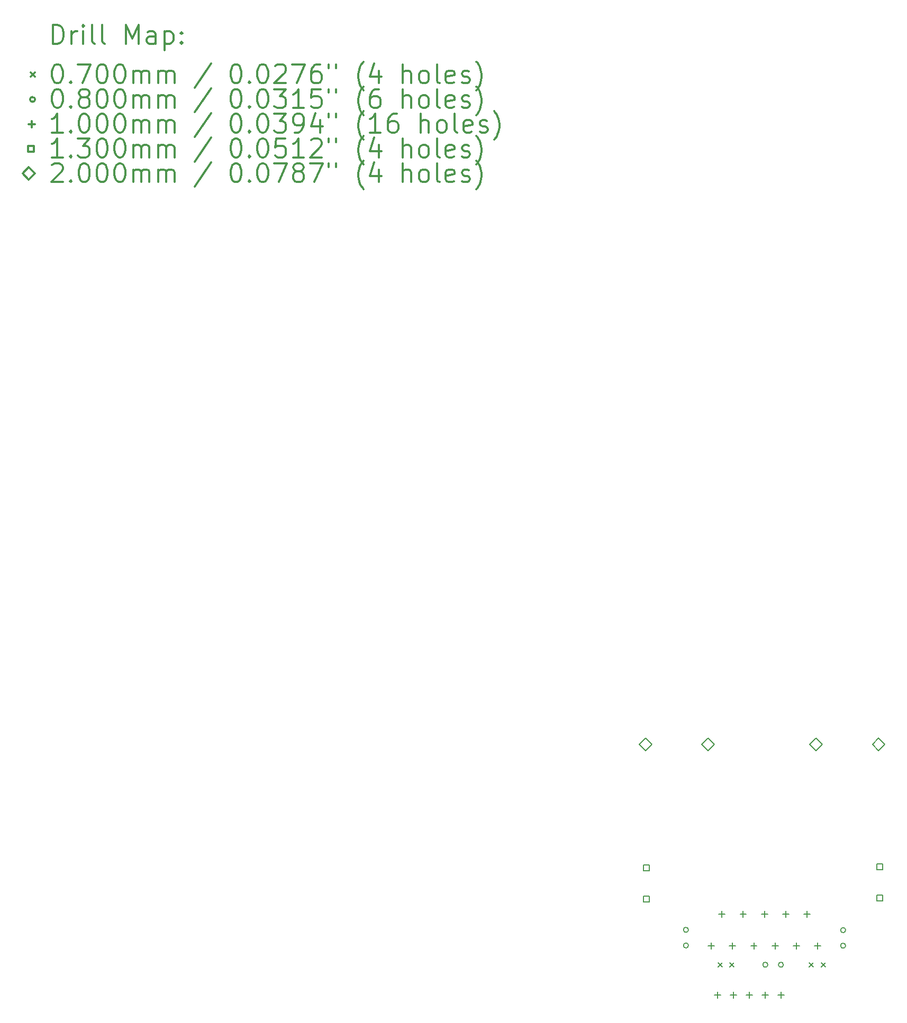
<source format=gbr>
%FSLAX45Y45*%
G04 Gerber Fmt 4.5, Leading zero omitted, Abs format (unit mm)*
G04 Created by KiCad (PCBNEW (5.1.10)-1) date 2021-10-30 22:32:40*
%MOMM*%
%LPD*%
G01*
G04 APERTURE LIST*
%ADD10C,0.200000*%
%ADD11C,0.300000*%
G04 APERTURE END LIST*
D10*
X10925600Y-15179600D02*
X10995600Y-15249600D01*
X10995600Y-15179600D02*
X10925600Y-15249600D01*
X11115600Y-15179600D02*
X11185600Y-15249600D01*
X11185600Y-15179600D02*
X11115600Y-15249600D01*
X12385600Y-15179600D02*
X12455600Y-15249600D01*
X12455600Y-15179600D02*
X12385600Y-15249600D01*
X12575600Y-15179600D02*
X12645600Y-15249600D01*
X12645600Y-15179600D02*
X12575600Y-15249600D01*
X10454000Y-14655800D02*
G75*
G03*
X10454000Y-14655800I-40000J0D01*
G01*
X10454000Y-14905800D02*
G75*
G03*
X10454000Y-14905800I-40000J0D01*
G01*
X11724000Y-15214600D02*
G75*
G03*
X11724000Y-15214600I-40000J0D01*
G01*
X11974000Y-15214600D02*
G75*
G03*
X11974000Y-15214600I-40000J0D01*
G01*
X12968600Y-14659800D02*
G75*
G03*
X12968600Y-14659800I-40000J0D01*
G01*
X12968600Y-14909800D02*
G75*
G03*
X12968600Y-14909800I-40000J0D01*
G01*
X10820400Y-14859800D02*
X10820400Y-14959800D01*
X10770400Y-14909800D02*
X10870400Y-14909800D01*
X10922000Y-15647200D02*
X10922000Y-15747200D01*
X10872000Y-15697200D02*
X10972000Y-15697200D01*
X10990400Y-14351800D02*
X10990400Y-14451800D01*
X10940400Y-14401800D02*
X11040400Y-14401800D01*
X11160400Y-14859800D02*
X11160400Y-14959800D01*
X11110400Y-14909800D02*
X11210400Y-14909800D01*
X11176000Y-15647200D02*
X11176000Y-15747200D01*
X11126000Y-15697200D02*
X11226000Y-15697200D01*
X11330400Y-14351800D02*
X11330400Y-14451800D01*
X11280400Y-14401800D02*
X11380400Y-14401800D01*
X11430000Y-15647200D02*
X11430000Y-15747200D01*
X11380000Y-15697200D02*
X11480000Y-15697200D01*
X11500400Y-14859800D02*
X11500400Y-14959800D01*
X11450400Y-14909800D02*
X11550400Y-14909800D01*
X11670400Y-14351800D02*
X11670400Y-14451800D01*
X11620400Y-14401800D02*
X11720400Y-14401800D01*
X11684000Y-15647200D02*
X11684000Y-15747200D01*
X11634000Y-15697200D02*
X11734000Y-15697200D01*
X11840400Y-14859800D02*
X11840400Y-14959800D01*
X11790400Y-14909800D02*
X11890400Y-14909800D01*
X11938000Y-15647200D02*
X11938000Y-15747200D01*
X11888000Y-15697200D02*
X11988000Y-15697200D01*
X12010400Y-14351800D02*
X12010400Y-14451800D01*
X11960400Y-14401800D02*
X12060400Y-14401800D01*
X12180400Y-14859800D02*
X12180400Y-14959800D01*
X12130400Y-14909800D02*
X12230400Y-14909800D01*
X12350400Y-14351800D02*
X12350400Y-14451800D01*
X12300400Y-14401800D02*
X12400400Y-14401800D01*
X12520400Y-14859800D02*
X12520400Y-14959800D01*
X12470400Y-14909800D02*
X12570400Y-14909800D01*
X9824962Y-13711162D02*
X9824962Y-13619238D01*
X9733038Y-13619238D01*
X9733038Y-13711162D01*
X9824962Y-13711162D01*
X9824962Y-14211162D02*
X9824962Y-14119238D01*
X9733038Y-14119238D01*
X9733038Y-14211162D01*
X9824962Y-14211162D01*
X13558762Y-13693762D02*
X13558762Y-13601838D01*
X13466838Y-13601838D01*
X13466838Y-13693762D01*
X13558762Y-13693762D01*
X13558762Y-14193762D02*
X13558762Y-14101838D01*
X13466838Y-14101838D01*
X13466838Y-14193762D01*
X13558762Y-14193762D01*
X9769600Y-11784000D02*
X9869600Y-11684000D01*
X9769600Y-11584000D01*
X9669600Y-11684000D01*
X9769600Y-11784000D01*
X10769600Y-11784000D02*
X10869600Y-11684000D01*
X10769600Y-11584000D01*
X10669600Y-11684000D01*
X10769600Y-11784000D01*
X12496800Y-11784000D02*
X12596800Y-11684000D01*
X12496800Y-11584000D01*
X12396800Y-11684000D01*
X12496800Y-11784000D01*
X13496800Y-11784000D02*
X13596800Y-11684000D01*
X13496800Y-11584000D01*
X13396800Y-11684000D01*
X13496800Y-11784000D01*
D11*
X286429Y-465714D02*
X286429Y-165714D01*
X357857Y-165714D01*
X400714Y-180000D01*
X429286Y-208571D01*
X443571Y-237143D01*
X457857Y-294286D01*
X457857Y-337143D01*
X443571Y-394286D01*
X429286Y-422857D01*
X400714Y-451428D01*
X357857Y-465714D01*
X286429Y-465714D01*
X586429Y-465714D02*
X586429Y-265714D01*
X586429Y-322857D02*
X600714Y-294286D01*
X615000Y-280000D01*
X643571Y-265714D01*
X672143Y-265714D01*
X772143Y-465714D02*
X772143Y-265714D01*
X772143Y-165714D02*
X757857Y-180000D01*
X772143Y-194286D01*
X786428Y-180000D01*
X772143Y-165714D01*
X772143Y-194286D01*
X957857Y-465714D02*
X929286Y-451428D01*
X915000Y-422857D01*
X915000Y-165714D01*
X1115000Y-465714D02*
X1086429Y-451428D01*
X1072143Y-422857D01*
X1072143Y-165714D01*
X1457857Y-465714D02*
X1457857Y-165714D01*
X1557857Y-380000D01*
X1657857Y-165714D01*
X1657857Y-465714D01*
X1929286Y-465714D02*
X1929286Y-308571D01*
X1915000Y-280000D01*
X1886428Y-265714D01*
X1829286Y-265714D01*
X1800714Y-280000D01*
X1929286Y-451428D02*
X1900714Y-465714D01*
X1829286Y-465714D01*
X1800714Y-451428D01*
X1786428Y-422857D01*
X1786428Y-394286D01*
X1800714Y-365714D01*
X1829286Y-351428D01*
X1900714Y-351428D01*
X1929286Y-337143D01*
X2072143Y-265714D02*
X2072143Y-565714D01*
X2072143Y-280000D02*
X2100714Y-265714D01*
X2157857Y-265714D01*
X2186429Y-280000D01*
X2200714Y-294286D01*
X2215000Y-322857D01*
X2215000Y-408571D01*
X2200714Y-437143D01*
X2186429Y-451428D01*
X2157857Y-465714D01*
X2100714Y-465714D01*
X2072143Y-451428D01*
X2343571Y-437143D02*
X2357857Y-451428D01*
X2343571Y-465714D01*
X2329286Y-451428D01*
X2343571Y-437143D01*
X2343571Y-465714D01*
X2343571Y-280000D02*
X2357857Y-294286D01*
X2343571Y-308571D01*
X2329286Y-294286D01*
X2343571Y-280000D01*
X2343571Y-308571D01*
X-70000Y-925000D02*
X0Y-995000D01*
X0Y-925000D02*
X-70000Y-995000D01*
X343571Y-795714D02*
X372143Y-795714D01*
X400714Y-810000D01*
X415000Y-824286D01*
X429286Y-852857D01*
X443571Y-910000D01*
X443571Y-981428D01*
X429286Y-1038571D01*
X415000Y-1067143D01*
X400714Y-1081429D01*
X372143Y-1095714D01*
X343571Y-1095714D01*
X315000Y-1081429D01*
X300714Y-1067143D01*
X286429Y-1038571D01*
X272143Y-981428D01*
X272143Y-910000D01*
X286429Y-852857D01*
X300714Y-824286D01*
X315000Y-810000D01*
X343571Y-795714D01*
X572143Y-1067143D02*
X586429Y-1081429D01*
X572143Y-1095714D01*
X557857Y-1081429D01*
X572143Y-1067143D01*
X572143Y-1095714D01*
X686429Y-795714D02*
X886428Y-795714D01*
X757857Y-1095714D01*
X1057857Y-795714D02*
X1086429Y-795714D01*
X1115000Y-810000D01*
X1129286Y-824286D01*
X1143571Y-852857D01*
X1157857Y-910000D01*
X1157857Y-981428D01*
X1143571Y-1038571D01*
X1129286Y-1067143D01*
X1115000Y-1081429D01*
X1086429Y-1095714D01*
X1057857Y-1095714D01*
X1029286Y-1081429D01*
X1015000Y-1067143D01*
X1000714Y-1038571D01*
X986428Y-981428D01*
X986428Y-910000D01*
X1000714Y-852857D01*
X1015000Y-824286D01*
X1029286Y-810000D01*
X1057857Y-795714D01*
X1343571Y-795714D02*
X1372143Y-795714D01*
X1400714Y-810000D01*
X1415000Y-824286D01*
X1429286Y-852857D01*
X1443571Y-910000D01*
X1443571Y-981428D01*
X1429286Y-1038571D01*
X1415000Y-1067143D01*
X1400714Y-1081429D01*
X1372143Y-1095714D01*
X1343571Y-1095714D01*
X1315000Y-1081429D01*
X1300714Y-1067143D01*
X1286429Y-1038571D01*
X1272143Y-981428D01*
X1272143Y-910000D01*
X1286429Y-852857D01*
X1300714Y-824286D01*
X1315000Y-810000D01*
X1343571Y-795714D01*
X1572143Y-1095714D02*
X1572143Y-895714D01*
X1572143Y-924286D02*
X1586428Y-910000D01*
X1615000Y-895714D01*
X1657857Y-895714D01*
X1686428Y-910000D01*
X1700714Y-938571D01*
X1700714Y-1095714D01*
X1700714Y-938571D02*
X1715000Y-910000D01*
X1743571Y-895714D01*
X1786428Y-895714D01*
X1815000Y-910000D01*
X1829286Y-938571D01*
X1829286Y-1095714D01*
X1972143Y-1095714D02*
X1972143Y-895714D01*
X1972143Y-924286D02*
X1986428Y-910000D01*
X2015000Y-895714D01*
X2057857Y-895714D01*
X2086428Y-910000D01*
X2100714Y-938571D01*
X2100714Y-1095714D01*
X2100714Y-938571D02*
X2115000Y-910000D01*
X2143571Y-895714D01*
X2186429Y-895714D01*
X2215000Y-910000D01*
X2229286Y-938571D01*
X2229286Y-1095714D01*
X2815000Y-781428D02*
X2557857Y-1167143D01*
X3200714Y-795714D02*
X3229286Y-795714D01*
X3257857Y-810000D01*
X3272143Y-824286D01*
X3286428Y-852857D01*
X3300714Y-910000D01*
X3300714Y-981428D01*
X3286428Y-1038571D01*
X3272143Y-1067143D01*
X3257857Y-1081429D01*
X3229286Y-1095714D01*
X3200714Y-1095714D01*
X3172143Y-1081429D01*
X3157857Y-1067143D01*
X3143571Y-1038571D01*
X3129286Y-981428D01*
X3129286Y-910000D01*
X3143571Y-852857D01*
X3157857Y-824286D01*
X3172143Y-810000D01*
X3200714Y-795714D01*
X3429286Y-1067143D02*
X3443571Y-1081429D01*
X3429286Y-1095714D01*
X3415000Y-1081429D01*
X3429286Y-1067143D01*
X3429286Y-1095714D01*
X3629286Y-795714D02*
X3657857Y-795714D01*
X3686428Y-810000D01*
X3700714Y-824286D01*
X3715000Y-852857D01*
X3729286Y-910000D01*
X3729286Y-981428D01*
X3715000Y-1038571D01*
X3700714Y-1067143D01*
X3686428Y-1081429D01*
X3657857Y-1095714D01*
X3629286Y-1095714D01*
X3600714Y-1081429D01*
X3586428Y-1067143D01*
X3572143Y-1038571D01*
X3557857Y-981428D01*
X3557857Y-910000D01*
X3572143Y-852857D01*
X3586428Y-824286D01*
X3600714Y-810000D01*
X3629286Y-795714D01*
X3843571Y-824286D02*
X3857857Y-810000D01*
X3886428Y-795714D01*
X3957857Y-795714D01*
X3986428Y-810000D01*
X4000714Y-824286D01*
X4015000Y-852857D01*
X4015000Y-881428D01*
X4000714Y-924286D01*
X3829286Y-1095714D01*
X4015000Y-1095714D01*
X4115000Y-795714D02*
X4315000Y-795714D01*
X4186428Y-1095714D01*
X4557857Y-795714D02*
X4500714Y-795714D01*
X4472143Y-810000D01*
X4457857Y-824286D01*
X4429286Y-867143D01*
X4415000Y-924286D01*
X4415000Y-1038571D01*
X4429286Y-1067143D01*
X4443571Y-1081429D01*
X4472143Y-1095714D01*
X4529286Y-1095714D01*
X4557857Y-1081429D01*
X4572143Y-1067143D01*
X4586429Y-1038571D01*
X4586429Y-967143D01*
X4572143Y-938571D01*
X4557857Y-924286D01*
X4529286Y-910000D01*
X4472143Y-910000D01*
X4443571Y-924286D01*
X4429286Y-938571D01*
X4415000Y-967143D01*
X4700714Y-795714D02*
X4700714Y-852857D01*
X4815000Y-795714D02*
X4815000Y-852857D01*
X5257857Y-1210000D02*
X5243571Y-1195714D01*
X5215000Y-1152857D01*
X5200714Y-1124286D01*
X5186429Y-1081429D01*
X5172143Y-1010000D01*
X5172143Y-952857D01*
X5186429Y-881428D01*
X5200714Y-838571D01*
X5215000Y-810000D01*
X5243571Y-767143D01*
X5257857Y-752857D01*
X5500714Y-895714D02*
X5500714Y-1095714D01*
X5429286Y-781428D02*
X5357857Y-995714D01*
X5543571Y-995714D01*
X5886428Y-1095714D02*
X5886428Y-795714D01*
X6015000Y-1095714D02*
X6015000Y-938571D01*
X6000714Y-910000D01*
X5972143Y-895714D01*
X5929286Y-895714D01*
X5900714Y-910000D01*
X5886428Y-924286D01*
X6200714Y-1095714D02*
X6172143Y-1081429D01*
X6157857Y-1067143D01*
X6143571Y-1038571D01*
X6143571Y-952857D01*
X6157857Y-924286D01*
X6172143Y-910000D01*
X6200714Y-895714D01*
X6243571Y-895714D01*
X6272143Y-910000D01*
X6286428Y-924286D01*
X6300714Y-952857D01*
X6300714Y-1038571D01*
X6286428Y-1067143D01*
X6272143Y-1081429D01*
X6243571Y-1095714D01*
X6200714Y-1095714D01*
X6472143Y-1095714D02*
X6443571Y-1081429D01*
X6429286Y-1052857D01*
X6429286Y-795714D01*
X6700714Y-1081429D02*
X6672143Y-1095714D01*
X6615000Y-1095714D01*
X6586428Y-1081429D01*
X6572143Y-1052857D01*
X6572143Y-938571D01*
X6586428Y-910000D01*
X6615000Y-895714D01*
X6672143Y-895714D01*
X6700714Y-910000D01*
X6715000Y-938571D01*
X6715000Y-967143D01*
X6572143Y-995714D01*
X6829286Y-1081429D02*
X6857857Y-1095714D01*
X6915000Y-1095714D01*
X6943571Y-1081429D01*
X6957857Y-1052857D01*
X6957857Y-1038571D01*
X6943571Y-1010000D01*
X6915000Y-995714D01*
X6872143Y-995714D01*
X6843571Y-981428D01*
X6829286Y-952857D01*
X6829286Y-938571D01*
X6843571Y-910000D01*
X6872143Y-895714D01*
X6915000Y-895714D01*
X6943571Y-910000D01*
X7057857Y-1210000D02*
X7072143Y-1195714D01*
X7100714Y-1152857D01*
X7115000Y-1124286D01*
X7129286Y-1081429D01*
X7143571Y-1010000D01*
X7143571Y-952857D01*
X7129286Y-881428D01*
X7115000Y-838571D01*
X7100714Y-810000D01*
X7072143Y-767143D01*
X7057857Y-752857D01*
X0Y-1356000D02*
G75*
G03*
X0Y-1356000I-40000J0D01*
G01*
X343571Y-1191714D02*
X372143Y-1191714D01*
X400714Y-1206000D01*
X415000Y-1220286D01*
X429286Y-1248857D01*
X443571Y-1306000D01*
X443571Y-1377429D01*
X429286Y-1434571D01*
X415000Y-1463143D01*
X400714Y-1477428D01*
X372143Y-1491714D01*
X343571Y-1491714D01*
X315000Y-1477428D01*
X300714Y-1463143D01*
X286429Y-1434571D01*
X272143Y-1377429D01*
X272143Y-1306000D01*
X286429Y-1248857D01*
X300714Y-1220286D01*
X315000Y-1206000D01*
X343571Y-1191714D01*
X572143Y-1463143D02*
X586429Y-1477428D01*
X572143Y-1491714D01*
X557857Y-1477428D01*
X572143Y-1463143D01*
X572143Y-1491714D01*
X757857Y-1320286D02*
X729286Y-1306000D01*
X715000Y-1291714D01*
X700714Y-1263143D01*
X700714Y-1248857D01*
X715000Y-1220286D01*
X729286Y-1206000D01*
X757857Y-1191714D01*
X815000Y-1191714D01*
X843571Y-1206000D01*
X857857Y-1220286D01*
X872143Y-1248857D01*
X872143Y-1263143D01*
X857857Y-1291714D01*
X843571Y-1306000D01*
X815000Y-1320286D01*
X757857Y-1320286D01*
X729286Y-1334571D01*
X715000Y-1348857D01*
X700714Y-1377429D01*
X700714Y-1434571D01*
X715000Y-1463143D01*
X729286Y-1477428D01*
X757857Y-1491714D01*
X815000Y-1491714D01*
X843571Y-1477428D01*
X857857Y-1463143D01*
X872143Y-1434571D01*
X872143Y-1377429D01*
X857857Y-1348857D01*
X843571Y-1334571D01*
X815000Y-1320286D01*
X1057857Y-1191714D02*
X1086429Y-1191714D01*
X1115000Y-1206000D01*
X1129286Y-1220286D01*
X1143571Y-1248857D01*
X1157857Y-1306000D01*
X1157857Y-1377429D01*
X1143571Y-1434571D01*
X1129286Y-1463143D01*
X1115000Y-1477428D01*
X1086429Y-1491714D01*
X1057857Y-1491714D01*
X1029286Y-1477428D01*
X1015000Y-1463143D01*
X1000714Y-1434571D01*
X986428Y-1377429D01*
X986428Y-1306000D01*
X1000714Y-1248857D01*
X1015000Y-1220286D01*
X1029286Y-1206000D01*
X1057857Y-1191714D01*
X1343571Y-1191714D02*
X1372143Y-1191714D01*
X1400714Y-1206000D01*
X1415000Y-1220286D01*
X1429286Y-1248857D01*
X1443571Y-1306000D01*
X1443571Y-1377429D01*
X1429286Y-1434571D01*
X1415000Y-1463143D01*
X1400714Y-1477428D01*
X1372143Y-1491714D01*
X1343571Y-1491714D01*
X1315000Y-1477428D01*
X1300714Y-1463143D01*
X1286429Y-1434571D01*
X1272143Y-1377429D01*
X1272143Y-1306000D01*
X1286429Y-1248857D01*
X1300714Y-1220286D01*
X1315000Y-1206000D01*
X1343571Y-1191714D01*
X1572143Y-1491714D02*
X1572143Y-1291714D01*
X1572143Y-1320286D02*
X1586428Y-1306000D01*
X1615000Y-1291714D01*
X1657857Y-1291714D01*
X1686428Y-1306000D01*
X1700714Y-1334571D01*
X1700714Y-1491714D01*
X1700714Y-1334571D02*
X1715000Y-1306000D01*
X1743571Y-1291714D01*
X1786428Y-1291714D01*
X1815000Y-1306000D01*
X1829286Y-1334571D01*
X1829286Y-1491714D01*
X1972143Y-1491714D02*
X1972143Y-1291714D01*
X1972143Y-1320286D02*
X1986428Y-1306000D01*
X2015000Y-1291714D01*
X2057857Y-1291714D01*
X2086428Y-1306000D01*
X2100714Y-1334571D01*
X2100714Y-1491714D01*
X2100714Y-1334571D02*
X2115000Y-1306000D01*
X2143571Y-1291714D01*
X2186429Y-1291714D01*
X2215000Y-1306000D01*
X2229286Y-1334571D01*
X2229286Y-1491714D01*
X2815000Y-1177429D02*
X2557857Y-1563143D01*
X3200714Y-1191714D02*
X3229286Y-1191714D01*
X3257857Y-1206000D01*
X3272143Y-1220286D01*
X3286428Y-1248857D01*
X3300714Y-1306000D01*
X3300714Y-1377429D01*
X3286428Y-1434571D01*
X3272143Y-1463143D01*
X3257857Y-1477428D01*
X3229286Y-1491714D01*
X3200714Y-1491714D01*
X3172143Y-1477428D01*
X3157857Y-1463143D01*
X3143571Y-1434571D01*
X3129286Y-1377429D01*
X3129286Y-1306000D01*
X3143571Y-1248857D01*
X3157857Y-1220286D01*
X3172143Y-1206000D01*
X3200714Y-1191714D01*
X3429286Y-1463143D02*
X3443571Y-1477428D01*
X3429286Y-1491714D01*
X3415000Y-1477428D01*
X3429286Y-1463143D01*
X3429286Y-1491714D01*
X3629286Y-1191714D02*
X3657857Y-1191714D01*
X3686428Y-1206000D01*
X3700714Y-1220286D01*
X3715000Y-1248857D01*
X3729286Y-1306000D01*
X3729286Y-1377429D01*
X3715000Y-1434571D01*
X3700714Y-1463143D01*
X3686428Y-1477428D01*
X3657857Y-1491714D01*
X3629286Y-1491714D01*
X3600714Y-1477428D01*
X3586428Y-1463143D01*
X3572143Y-1434571D01*
X3557857Y-1377429D01*
X3557857Y-1306000D01*
X3572143Y-1248857D01*
X3586428Y-1220286D01*
X3600714Y-1206000D01*
X3629286Y-1191714D01*
X3829286Y-1191714D02*
X4015000Y-1191714D01*
X3915000Y-1306000D01*
X3957857Y-1306000D01*
X3986428Y-1320286D01*
X4000714Y-1334571D01*
X4015000Y-1363143D01*
X4015000Y-1434571D01*
X4000714Y-1463143D01*
X3986428Y-1477428D01*
X3957857Y-1491714D01*
X3872143Y-1491714D01*
X3843571Y-1477428D01*
X3829286Y-1463143D01*
X4300714Y-1491714D02*
X4129286Y-1491714D01*
X4215000Y-1491714D02*
X4215000Y-1191714D01*
X4186428Y-1234571D01*
X4157857Y-1263143D01*
X4129286Y-1277429D01*
X4572143Y-1191714D02*
X4429286Y-1191714D01*
X4415000Y-1334571D01*
X4429286Y-1320286D01*
X4457857Y-1306000D01*
X4529286Y-1306000D01*
X4557857Y-1320286D01*
X4572143Y-1334571D01*
X4586429Y-1363143D01*
X4586429Y-1434571D01*
X4572143Y-1463143D01*
X4557857Y-1477428D01*
X4529286Y-1491714D01*
X4457857Y-1491714D01*
X4429286Y-1477428D01*
X4415000Y-1463143D01*
X4700714Y-1191714D02*
X4700714Y-1248857D01*
X4815000Y-1191714D02*
X4815000Y-1248857D01*
X5257857Y-1606000D02*
X5243571Y-1591714D01*
X5215000Y-1548857D01*
X5200714Y-1520286D01*
X5186429Y-1477428D01*
X5172143Y-1406000D01*
X5172143Y-1348857D01*
X5186429Y-1277429D01*
X5200714Y-1234571D01*
X5215000Y-1206000D01*
X5243571Y-1163143D01*
X5257857Y-1148857D01*
X5500714Y-1191714D02*
X5443571Y-1191714D01*
X5415000Y-1206000D01*
X5400714Y-1220286D01*
X5372143Y-1263143D01*
X5357857Y-1320286D01*
X5357857Y-1434571D01*
X5372143Y-1463143D01*
X5386429Y-1477428D01*
X5415000Y-1491714D01*
X5472143Y-1491714D01*
X5500714Y-1477428D01*
X5515000Y-1463143D01*
X5529286Y-1434571D01*
X5529286Y-1363143D01*
X5515000Y-1334571D01*
X5500714Y-1320286D01*
X5472143Y-1306000D01*
X5415000Y-1306000D01*
X5386429Y-1320286D01*
X5372143Y-1334571D01*
X5357857Y-1363143D01*
X5886428Y-1491714D02*
X5886428Y-1191714D01*
X6015000Y-1491714D02*
X6015000Y-1334571D01*
X6000714Y-1306000D01*
X5972143Y-1291714D01*
X5929286Y-1291714D01*
X5900714Y-1306000D01*
X5886428Y-1320286D01*
X6200714Y-1491714D02*
X6172143Y-1477428D01*
X6157857Y-1463143D01*
X6143571Y-1434571D01*
X6143571Y-1348857D01*
X6157857Y-1320286D01*
X6172143Y-1306000D01*
X6200714Y-1291714D01*
X6243571Y-1291714D01*
X6272143Y-1306000D01*
X6286428Y-1320286D01*
X6300714Y-1348857D01*
X6300714Y-1434571D01*
X6286428Y-1463143D01*
X6272143Y-1477428D01*
X6243571Y-1491714D01*
X6200714Y-1491714D01*
X6472143Y-1491714D02*
X6443571Y-1477428D01*
X6429286Y-1448857D01*
X6429286Y-1191714D01*
X6700714Y-1477428D02*
X6672143Y-1491714D01*
X6615000Y-1491714D01*
X6586428Y-1477428D01*
X6572143Y-1448857D01*
X6572143Y-1334571D01*
X6586428Y-1306000D01*
X6615000Y-1291714D01*
X6672143Y-1291714D01*
X6700714Y-1306000D01*
X6715000Y-1334571D01*
X6715000Y-1363143D01*
X6572143Y-1391714D01*
X6829286Y-1477428D02*
X6857857Y-1491714D01*
X6915000Y-1491714D01*
X6943571Y-1477428D01*
X6957857Y-1448857D01*
X6957857Y-1434571D01*
X6943571Y-1406000D01*
X6915000Y-1391714D01*
X6872143Y-1391714D01*
X6843571Y-1377429D01*
X6829286Y-1348857D01*
X6829286Y-1334571D01*
X6843571Y-1306000D01*
X6872143Y-1291714D01*
X6915000Y-1291714D01*
X6943571Y-1306000D01*
X7057857Y-1606000D02*
X7072143Y-1591714D01*
X7100714Y-1548857D01*
X7115000Y-1520286D01*
X7129286Y-1477428D01*
X7143571Y-1406000D01*
X7143571Y-1348857D01*
X7129286Y-1277429D01*
X7115000Y-1234571D01*
X7100714Y-1206000D01*
X7072143Y-1163143D01*
X7057857Y-1148857D01*
X-50000Y-1702000D02*
X-50000Y-1802000D01*
X-100000Y-1752000D02*
X0Y-1752000D01*
X443571Y-1887714D02*
X272143Y-1887714D01*
X357857Y-1887714D02*
X357857Y-1587714D01*
X329286Y-1630571D01*
X300714Y-1659143D01*
X272143Y-1673428D01*
X572143Y-1859143D02*
X586429Y-1873428D01*
X572143Y-1887714D01*
X557857Y-1873428D01*
X572143Y-1859143D01*
X572143Y-1887714D01*
X772143Y-1587714D02*
X800714Y-1587714D01*
X829286Y-1602000D01*
X843571Y-1616286D01*
X857857Y-1644857D01*
X872143Y-1702000D01*
X872143Y-1773428D01*
X857857Y-1830571D01*
X843571Y-1859143D01*
X829286Y-1873428D01*
X800714Y-1887714D01*
X772143Y-1887714D01*
X743571Y-1873428D01*
X729286Y-1859143D01*
X715000Y-1830571D01*
X700714Y-1773428D01*
X700714Y-1702000D01*
X715000Y-1644857D01*
X729286Y-1616286D01*
X743571Y-1602000D01*
X772143Y-1587714D01*
X1057857Y-1587714D02*
X1086429Y-1587714D01*
X1115000Y-1602000D01*
X1129286Y-1616286D01*
X1143571Y-1644857D01*
X1157857Y-1702000D01*
X1157857Y-1773428D01*
X1143571Y-1830571D01*
X1129286Y-1859143D01*
X1115000Y-1873428D01*
X1086429Y-1887714D01*
X1057857Y-1887714D01*
X1029286Y-1873428D01*
X1015000Y-1859143D01*
X1000714Y-1830571D01*
X986428Y-1773428D01*
X986428Y-1702000D01*
X1000714Y-1644857D01*
X1015000Y-1616286D01*
X1029286Y-1602000D01*
X1057857Y-1587714D01*
X1343571Y-1587714D02*
X1372143Y-1587714D01*
X1400714Y-1602000D01*
X1415000Y-1616286D01*
X1429286Y-1644857D01*
X1443571Y-1702000D01*
X1443571Y-1773428D01*
X1429286Y-1830571D01*
X1415000Y-1859143D01*
X1400714Y-1873428D01*
X1372143Y-1887714D01*
X1343571Y-1887714D01*
X1315000Y-1873428D01*
X1300714Y-1859143D01*
X1286429Y-1830571D01*
X1272143Y-1773428D01*
X1272143Y-1702000D01*
X1286429Y-1644857D01*
X1300714Y-1616286D01*
X1315000Y-1602000D01*
X1343571Y-1587714D01*
X1572143Y-1887714D02*
X1572143Y-1687714D01*
X1572143Y-1716286D02*
X1586428Y-1702000D01*
X1615000Y-1687714D01*
X1657857Y-1687714D01*
X1686428Y-1702000D01*
X1700714Y-1730571D01*
X1700714Y-1887714D01*
X1700714Y-1730571D02*
X1715000Y-1702000D01*
X1743571Y-1687714D01*
X1786428Y-1687714D01*
X1815000Y-1702000D01*
X1829286Y-1730571D01*
X1829286Y-1887714D01*
X1972143Y-1887714D02*
X1972143Y-1687714D01*
X1972143Y-1716286D02*
X1986428Y-1702000D01*
X2015000Y-1687714D01*
X2057857Y-1687714D01*
X2086428Y-1702000D01*
X2100714Y-1730571D01*
X2100714Y-1887714D01*
X2100714Y-1730571D02*
X2115000Y-1702000D01*
X2143571Y-1687714D01*
X2186429Y-1687714D01*
X2215000Y-1702000D01*
X2229286Y-1730571D01*
X2229286Y-1887714D01*
X2815000Y-1573428D02*
X2557857Y-1959143D01*
X3200714Y-1587714D02*
X3229286Y-1587714D01*
X3257857Y-1602000D01*
X3272143Y-1616286D01*
X3286428Y-1644857D01*
X3300714Y-1702000D01*
X3300714Y-1773428D01*
X3286428Y-1830571D01*
X3272143Y-1859143D01*
X3257857Y-1873428D01*
X3229286Y-1887714D01*
X3200714Y-1887714D01*
X3172143Y-1873428D01*
X3157857Y-1859143D01*
X3143571Y-1830571D01*
X3129286Y-1773428D01*
X3129286Y-1702000D01*
X3143571Y-1644857D01*
X3157857Y-1616286D01*
X3172143Y-1602000D01*
X3200714Y-1587714D01*
X3429286Y-1859143D02*
X3443571Y-1873428D01*
X3429286Y-1887714D01*
X3415000Y-1873428D01*
X3429286Y-1859143D01*
X3429286Y-1887714D01*
X3629286Y-1587714D02*
X3657857Y-1587714D01*
X3686428Y-1602000D01*
X3700714Y-1616286D01*
X3715000Y-1644857D01*
X3729286Y-1702000D01*
X3729286Y-1773428D01*
X3715000Y-1830571D01*
X3700714Y-1859143D01*
X3686428Y-1873428D01*
X3657857Y-1887714D01*
X3629286Y-1887714D01*
X3600714Y-1873428D01*
X3586428Y-1859143D01*
X3572143Y-1830571D01*
X3557857Y-1773428D01*
X3557857Y-1702000D01*
X3572143Y-1644857D01*
X3586428Y-1616286D01*
X3600714Y-1602000D01*
X3629286Y-1587714D01*
X3829286Y-1587714D02*
X4015000Y-1587714D01*
X3915000Y-1702000D01*
X3957857Y-1702000D01*
X3986428Y-1716286D01*
X4000714Y-1730571D01*
X4015000Y-1759143D01*
X4015000Y-1830571D01*
X4000714Y-1859143D01*
X3986428Y-1873428D01*
X3957857Y-1887714D01*
X3872143Y-1887714D01*
X3843571Y-1873428D01*
X3829286Y-1859143D01*
X4157857Y-1887714D02*
X4215000Y-1887714D01*
X4243571Y-1873428D01*
X4257857Y-1859143D01*
X4286429Y-1816286D01*
X4300714Y-1759143D01*
X4300714Y-1644857D01*
X4286429Y-1616286D01*
X4272143Y-1602000D01*
X4243571Y-1587714D01*
X4186428Y-1587714D01*
X4157857Y-1602000D01*
X4143571Y-1616286D01*
X4129286Y-1644857D01*
X4129286Y-1716286D01*
X4143571Y-1744857D01*
X4157857Y-1759143D01*
X4186428Y-1773428D01*
X4243571Y-1773428D01*
X4272143Y-1759143D01*
X4286429Y-1744857D01*
X4300714Y-1716286D01*
X4557857Y-1687714D02*
X4557857Y-1887714D01*
X4486429Y-1573428D02*
X4415000Y-1787714D01*
X4600714Y-1787714D01*
X4700714Y-1587714D02*
X4700714Y-1644857D01*
X4815000Y-1587714D02*
X4815000Y-1644857D01*
X5257857Y-2002000D02*
X5243571Y-1987714D01*
X5215000Y-1944857D01*
X5200714Y-1916286D01*
X5186429Y-1873428D01*
X5172143Y-1802000D01*
X5172143Y-1744857D01*
X5186429Y-1673428D01*
X5200714Y-1630571D01*
X5215000Y-1602000D01*
X5243571Y-1559143D01*
X5257857Y-1544857D01*
X5529286Y-1887714D02*
X5357857Y-1887714D01*
X5443571Y-1887714D02*
X5443571Y-1587714D01*
X5415000Y-1630571D01*
X5386429Y-1659143D01*
X5357857Y-1673428D01*
X5786428Y-1587714D02*
X5729286Y-1587714D01*
X5700714Y-1602000D01*
X5686428Y-1616286D01*
X5657857Y-1659143D01*
X5643571Y-1716286D01*
X5643571Y-1830571D01*
X5657857Y-1859143D01*
X5672143Y-1873428D01*
X5700714Y-1887714D01*
X5757857Y-1887714D01*
X5786428Y-1873428D01*
X5800714Y-1859143D01*
X5815000Y-1830571D01*
X5815000Y-1759143D01*
X5800714Y-1730571D01*
X5786428Y-1716286D01*
X5757857Y-1702000D01*
X5700714Y-1702000D01*
X5672143Y-1716286D01*
X5657857Y-1730571D01*
X5643571Y-1759143D01*
X6172143Y-1887714D02*
X6172143Y-1587714D01*
X6300714Y-1887714D02*
X6300714Y-1730571D01*
X6286428Y-1702000D01*
X6257857Y-1687714D01*
X6215000Y-1687714D01*
X6186428Y-1702000D01*
X6172143Y-1716286D01*
X6486428Y-1887714D02*
X6457857Y-1873428D01*
X6443571Y-1859143D01*
X6429286Y-1830571D01*
X6429286Y-1744857D01*
X6443571Y-1716286D01*
X6457857Y-1702000D01*
X6486428Y-1687714D01*
X6529286Y-1687714D01*
X6557857Y-1702000D01*
X6572143Y-1716286D01*
X6586428Y-1744857D01*
X6586428Y-1830571D01*
X6572143Y-1859143D01*
X6557857Y-1873428D01*
X6529286Y-1887714D01*
X6486428Y-1887714D01*
X6757857Y-1887714D02*
X6729286Y-1873428D01*
X6715000Y-1844857D01*
X6715000Y-1587714D01*
X6986428Y-1873428D02*
X6957857Y-1887714D01*
X6900714Y-1887714D01*
X6872143Y-1873428D01*
X6857857Y-1844857D01*
X6857857Y-1730571D01*
X6872143Y-1702000D01*
X6900714Y-1687714D01*
X6957857Y-1687714D01*
X6986428Y-1702000D01*
X7000714Y-1730571D01*
X7000714Y-1759143D01*
X6857857Y-1787714D01*
X7115000Y-1873428D02*
X7143571Y-1887714D01*
X7200714Y-1887714D01*
X7229286Y-1873428D01*
X7243571Y-1844857D01*
X7243571Y-1830571D01*
X7229286Y-1802000D01*
X7200714Y-1787714D01*
X7157857Y-1787714D01*
X7129286Y-1773428D01*
X7115000Y-1744857D01*
X7115000Y-1730571D01*
X7129286Y-1702000D01*
X7157857Y-1687714D01*
X7200714Y-1687714D01*
X7229286Y-1702000D01*
X7343571Y-2002000D02*
X7357857Y-1987714D01*
X7386428Y-1944857D01*
X7400714Y-1916286D01*
X7415000Y-1873428D01*
X7429286Y-1802000D01*
X7429286Y-1744857D01*
X7415000Y-1673428D01*
X7400714Y-1630571D01*
X7386428Y-1602000D01*
X7357857Y-1559143D01*
X7343571Y-1544857D01*
X-19038Y-2193962D02*
X-19038Y-2102038D01*
X-110962Y-2102038D01*
X-110962Y-2193962D01*
X-19038Y-2193962D01*
X443571Y-2283714D02*
X272143Y-2283714D01*
X357857Y-2283714D02*
X357857Y-1983714D01*
X329286Y-2026571D01*
X300714Y-2055143D01*
X272143Y-2069428D01*
X572143Y-2255143D02*
X586429Y-2269429D01*
X572143Y-2283714D01*
X557857Y-2269429D01*
X572143Y-2255143D01*
X572143Y-2283714D01*
X686429Y-1983714D02*
X872143Y-1983714D01*
X772143Y-2098000D01*
X815000Y-2098000D01*
X843571Y-2112286D01*
X857857Y-2126571D01*
X872143Y-2155143D01*
X872143Y-2226571D01*
X857857Y-2255143D01*
X843571Y-2269429D01*
X815000Y-2283714D01*
X729286Y-2283714D01*
X700714Y-2269429D01*
X686429Y-2255143D01*
X1057857Y-1983714D02*
X1086429Y-1983714D01*
X1115000Y-1998000D01*
X1129286Y-2012286D01*
X1143571Y-2040857D01*
X1157857Y-2098000D01*
X1157857Y-2169429D01*
X1143571Y-2226571D01*
X1129286Y-2255143D01*
X1115000Y-2269429D01*
X1086429Y-2283714D01*
X1057857Y-2283714D01*
X1029286Y-2269429D01*
X1015000Y-2255143D01*
X1000714Y-2226571D01*
X986428Y-2169429D01*
X986428Y-2098000D01*
X1000714Y-2040857D01*
X1015000Y-2012286D01*
X1029286Y-1998000D01*
X1057857Y-1983714D01*
X1343571Y-1983714D02*
X1372143Y-1983714D01*
X1400714Y-1998000D01*
X1415000Y-2012286D01*
X1429286Y-2040857D01*
X1443571Y-2098000D01*
X1443571Y-2169429D01*
X1429286Y-2226571D01*
X1415000Y-2255143D01*
X1400714Y-2269429D01*
X1372143Y-2283714D01*
X1343571Y-2283714D01*
X1315000Y-2269429D01*
X1300714Y-2255143D01*
X1286429Y-2226571D01*
X1272143Y-2169429D01*
X1272143Y-2098000D01*
X1286429Y-2040857D01*
X1300714Y-2012286D01*
X1315000Y-1998000D01*
X1343571Y-1983714D01*
X1572143Y-2283714D02*
X1572143Y-2083714D01*
X1572143Y-2112286D02*
X1586428Y-2098000D01*
X1615000Y-2083714D01*
X1657857Y-2083714D01*
X1686428Y-2098000D01*
X1700714Y-2126571D01*
X1700714Y-2283714D01*
X1700714Y-2126571D02*
X1715000Y-2098000D01*
X1743571Y-2083714D01*
X1786428Y-2083714D01*
X1815000Y-2098000D01*
X1829286Y-2126571D01*
X1829286Y-2283714D01*
X1972143Y-2283714D02*
X1972143Y-2083714D01*
X1972143Y-2112286D02*
X1986428Y-2098000D01*
X2015000Y-2083714D01*
X2057857Y-2083714D01*
X2086428Y-2098000D01*
X2100714Y-2126571D01*
X2100714Y-2283714D01*
X2100714Y-2126571D02*
X2115000Y-2098000D01*
X2143571Y-2083714D01*
X2186429Y-2083714D01*
X2215000Y-2098000D01*
X2229286Y-2126571D01*
X2229286Y-2283714D01*
X2815000Y-1969428D02*
X2557857Y-2355143D01*
X3200714Y-1983714D02*
X3229286Y-1983714D01*
X3257857Y-1998000D01*
X3272143Y-2012286D01*
X3286428Y-2040857D01*
X3300714Y-2098000D01*
X3300714Y-2169429D01*
X3286428Y-2226571D01*
X3272143Y-2255143D01*
X3257857Y-2269429D01*
X3229286Y-2283714D01*
X3200714Y-2283714D01*
X3172143Y-2269429D01*
X3157857Y-2255143D01*
X3143571Y-2226571D01*
X3129286Y-2169429D01*
X3129286Y-2098000D01*
X3143571Y-2040857D01*
X3157857Y-2012286D01*
X3172143Y-1998000D01*
X3200714Y-1983714D01*
X3429286Y-2255143D02*
X3443571Y-2269429D01*
X3429286Y-2283714D01*
X3415000Y-2269429D01*
X3429286Y-2255143D01*
X3429286Y-2283714D01*
X3629286Y-1983714D02*
X3657857Y-1983714D01*
X3686428Y-1998000D01*
X3700714Y-2012286D01*
X3715000Y-2040857D01*
X3729286Y-2098000D01*
X3729286Y-2169429D01*
X3715000Y-2226571D01*
X3700714Y-2255143D01*
X3686428Y-2269429D01*
X3657857Y-2283714D01*
X3629286Y-2283714D01*
X3600714Y-2269429D01*
X3586428Y-2255143D01*
X3572143Y-2226571D01*
X3557857Y-2169429D01*
X3557857Y-2098000D01*
X3572143Y-2040857D01*
X3586428Y-2012286D01*
X3600714Y-1998000D01*
X3629286Y-1983714D01*
X4000714Y-1983714D02*
X3857857Y-1983714D01*
X3843571Y-2126571D01*
X3857857Y-2112286D01*
X3886428Y-2098000D01*
X3957857Y-2098000D01*
X3986428Y-2112286D01*
X4000714Y-2126571D01*
X4015000Y-2155143D01*
X4015000Y-2226571D01*
X4000714Y-2255143D01*
X3986428Y-2269429D01*
X3957857Y-2283714D01*
X3886428Y-2283714D01*
X3857857Y-2269429D01*
X3843571Y-2255143D01*
X4300714Y-2283714D02*
X4129286Y-2283714D01*
X4215000Y-2283714D02*
X4215000Y-1983714D01*
X4186428Y-2026571D01*
X4157857Y-2055143D01*
X4129286Y-2069428D01*
X4415000Y-2012286D02*
X4429286Y-1998000D01*
X4457857Y-1983714D01*
X4529286Y-1983714D01*
X4557857Y-1998000D01*
X4572143Y-2012286D01*
X4586429Y-2040857D01*
X4586429Y-2069428D01*
X4572143Y-2112286D01*
X4400714Y-2283714D01*
X4586429Y-2283714D01*
X4700714Y-1983714D02*
X4700714Y-2040857D01*
X4815000Y-1983714D02*
X4815000Y-2040857D01*
X5257857Y-2398000D02*
X5243571Y-2383714D01*
X5215000Y-2340857D01*
X5200714Y-2312286D01*
X5186429Y-2269429D01*
X5172143Y-2198000D01*
X5172143Y-2140857D01*
X5186429Y-2069428D01*
X5200714Y-2026571D01*
X5215000Y-1998000D01*
X5243571Y-1955143D01*
X5257857Y-1940857D01*
X5500714Y-2083714D02*
X5500714Y-2283714D01*
X5429286Y-1969428D02*
X5357857Y-2183714D01*
X5543571Y-2183714D01*
X5886428Y-2283714D02*
X5886428Y-1983714D01*
X6015000Y-2283714D02*
X6015000Y-2126571D01*
X6000714Y-2098000D01*
X5972143Y-2083714D01*
X5929286Y-2083714D01*
X5900714Y-2098000D01*
X5886428Y-2112286D01*
X6200714Y-2283714D02*
X6172143Y-2269429D01*
X6157857Y-2255143D01*
X6143571Y-2226571D01*
X6143571Y-2140857D01*
X6157857Y-2112286D01*
X6172143Y-2098000D01*
X6200714Y-2083714D01*
X6243571Y-2083714D01*
X6272143Y-2098000D01*
X6286428Y-2112286D01*
X6300714Y-2140857D01*
X6300714Y-2226571D01*
X6286428Y-2255143D01*
X6272143Y-2269429D01*
X6243571Y-2283714D01*
X6200714Y-2283714D01*
X6472143Y-2283714D02*
X6443571Y-2269429D01*
X6429286Y-2240857D01*
X6429286Y-1983714D01*
X6700714Y-2269429D02*
X6672143Y-2283714D01*
X6615000Y-2283714D01*
X6586428Y-2269429D01*
X6572143Y-2240857D01*
X6572143Y-2126571D01*
X6586428Y-2098000D01*
X6615000Y-2083714D01*
X6672143Y-2083714D01*
X6700714Y-2098000D01*
X6715000Y-2126571D01*
X6715000Y-2155143D01*
X6572143Y-2183714D01*
X6829286Y-2269429D02*
X6857857Y-2283714D01*
X6915000Y-2283714D01*
X6943571Y-2269429D01*
X6957857Y-2240857D01*
X6957857Y-2226571D01*
X6943571Y-2198000D01*
X6915000Y-2183714D01*
X6872143Y-2183714D01*
X6843571Y-2169429D01*
X6829286Y-2140857D01*
X6829286Y-2126571D01*
X6843571Y-2098000D01*
X6872143Y-2083714D01*
X6915000Y-2083714D01*
X6943571Y-2098000D01*
X7057857Y-2398000D02*
X7072143Y-2383714D01*
X7100714Y-2340857D01*
X7115000Y-2312286D01*
X7129286Y-2269429D01*
X7143571Y-2198000D01*
X7143571Y-2140857D01*
X7129286Y-2069428D01*
X7115000Y-2026571D01*
X7100714Y-1998000D01*
X7072143Y-1955143D01*
X7057857Y-1940857D01*
X-100000Y-2644000D02*
X0Y-2544000D01*
X-100000Y-2444000D01*
X-200000Y-2544000D01*
X-100000Y-2644000D01*
X272143Y-2408286D02*
X286429Y-2394000D01*
X315000Y-2379714D01*
X386428Y-2379714D01*
X415000Y-2394000D01*
X429286Y-2408286D01*
X443571Y-2436857D01*
X443571Y-2465429D01*
X429286Y-2508286D01*
X257857Y-2679714D01*
X443571Y-2679714D01*
X572143Y-2651143D02*
X586429Y-2665429D01*
X572143Y-2679714D01*
X557857Y-2665429D01*
X572143Y-2651143D01*
X572143Y-2679714D01*
X772143Y-2379714D02*
X800714Y-2379714D01*
X829286Y-2394000D01*
X843571Y-2408286D01*
X857857Y-2436857D01*
X872143Y-2494000D01*
X872143Y-2565429D01*
X857857Y-2622571D01*
X843571Y-2651143D01*
X829286Y-2665429D01*
X800714Y-2679714D01*
X772143Y-2679714D01*
X743571Y-2665429D01*
X729286Y-2651143D01*
X715000Y-2622571D01*
X700714Y-2565429D01*
X700714Y-2494000D01*
X715000Y-2436857D01*
X729286Y-2408286D01*
X743571Y-2394000D01*
X772143Y-2379714D01*
X1057857Y-2379714D02*
X1086429Y-2379714D01*
X1115000Y-2394000D01*
X1129286Y-2408286D01*
X1143571Y-2436857D01*
X1157857Y-2494000D01*
X1157857Y-2565429D01*
X1143571Y-2622571D01*
X1129286Y-2651143D01*
X1115000Y-2665429D01*
X1086429Y-2679714D01*
X1057857Y-2679714D01*
X1029286Y-2665429D01*
X1015000Y-2651143D01*
X1000714Y-2622571D01*
X986428Y-2565429D01*
X986428Y-2494000D01*
X1000714Y-2436857D01*
X1015000Y-2408286D01*
X1029286Y-2394000D01*
X1057857Y-2379714D01*
X1343571Y-2379714D02*
X1372143Y-2379714D01*
X1400714Y-2394000D01*
X1415000Y-2408286D01*
X1429286Y-2436857D01*
X1443571Y-2494000D01*
X1443571Y-2565429D01*
X1429286Y-2622571D01*
X1415000Y-2651143D01*
X1400714Y-2665429D01*
X1372143Y-2679714D01*
X1343571Y-2679714D01*
X1315000Y-2665429D01*
X1300714Y-2651143D01*
X1286429Y-2622571D01*
X1272143Y-2565429D01*
X1272143Y-2494000D01*
X1286429Y-2436857D01*
X1300714Y-2408286D01*
X1315000Y-2394000D01*
X1343571Y-2379714D01*
X1572143Y-2679714D02*
X1572143Y-2479714D01*
X1572143Y-2508286D02*
X1586428Y-2494000D01*
X1615000Y-2479714D01*
X1657857Y-2479714D01*
X1686428Y-2494000D01*
X1700714Y-2522571D01*
X1700714Y-2679714D01*
X1700714Y-2522571D02*
X1715000Y-2494000D01*
X1743571Y-2479714D01*
X1786428Y-2479714D01*
X1815000Y-2494000D01*
X1829286Y-2522571D01*
X1829286Y-2679714D01*
X1972143Y-2679714D02*
X1972143Y-2479714D01*
X1972143Y-2508286D02*
X1986428Y-2494000D01*
X2015000Y-2479714D01*
X2057857Y-2479714D01*
X2086428Y-2494000D01*
X2100714Y-2522571D01*
X2100714Y-2679714D01*
X2100714Y-2522571D02*
X2115000Y-2494000D01*
X2143571Y-2479714D01*
X2186429Y-2479714D01*
X2215000Y-2494000D01*
X2229286Y-2522571D01*
X2229286Y-2679714D01*
X2815000Y-2365429D02*
X2557857Y-2751143D01*
X3200714Y-2379714D02*
X3229286Y-2379714D01*
X3257857Y-2394000D01*
X3272143Y-2408286D01*
X3286428Y-2436857D01*
X3300714Y-2494000D01*
X3300714Y-2565429D01*
X3286428Y-2622571D01*
X3272143Y-2651143D01*
X3257857Y-2665429D01*
X3229286Y-2679714D01*
X3200714Y-2679714D01*
X3172143Y-2665429D01*
X3157857Y-2651143D01*
X3143571Y-2622571D01*
X3129286Y-2565429D01*
X3129286Y-2494000D01*
X3143571Y-2436857D01*
X3157857Y-2408286D01*
X3172143Y-2394000D01*
X3200714Y-2379714D01*
X3429286Y-2651143D02*
X3443571Y-2665429D01*
X3429286Y-2679714D01*
X3415000Y-2665429D01*
X3429286Y-2651143D01*
X3429286Y-2679714D01*
X3629286Y-2379714D02*
X3657857Y-2379714D01*
X3686428Y-2394000D01*
X3700714Y-2408286D01*
X3715000Y-2436857D01*
X3729286Y-2494000D01*
X3729286Y-2565429D01*
X3715000Y-2622571D01*
X3700714Y-2651143D01*
X3686428Y-2665429D01*
X3657857Y-2679714D01*
X3629286Y-2679714D01*
X3600714Y-2665429D01*
X3586428Y-2651143D01*
X3572143Y-2622571D01*
X3557857Y-2565429D01*
X3557857Y-2494000D01*
X3572143Y-2436857D01*
X3586428Y-2408286D01*
X3600714Y-2394000D01*
X3629286Y-2379714D01*
X3829286Y-2379714D02*
X4029286Y-2379714D01*
X3900714Y-2679714D01*
X4186428Y-2508286D02*
X4157857Y-2494000D01*
X4143571Y-2479714D01*
X4129286Y-2451143D01*
X4129286Y-2436857D01*
X4143571Y-2408286D01*
X4157857Y-2394000D01*
X4186428Y-2379714D01*
X4243571Y-2379714D01*
X4272143Y-2394000D01*
X4286429Y-2408286D01*
X4300714Y-2436857D01*
X4300714Y-2451143D01*
X4286429Y-2479714D01*
X4272143Y-2494000D01*
X4243571Y-2508286D01*
X4186428Y-2508286D01*
X4157857Y-2522571D01*
X4143571Y-2536857D01*
X4129286Y-2565429D01*
X4129286Y-2622571D01*
X4143571Y-2651143D01*
X4157857Y-2665429D01*
X4186428Y-2679714D01*
X4243571Y-2679714D01*
X4272143Y-2665429D01*
X4286429Y-2651143D01*
X4300714Y-2622571D01*
X4300714Y-2565429D01*
X4286429Y-2536857D01*
X4272143Y-2522571D01*
X4243571Y-2508286D01*
X4400714Y-2379714D02*
X4600714Y-2379714D01*
X4472143Y-2679714D01*
X4700714Y-2379714D02*
X4700714Y-2436857D01*
X4815000Y-2379714D02*
X4815000Y-2436857D01*
X5257857Y-2794000D02*
X5243571Y-2779714D01*
X5215000Y-2736857D01*
X5200714Y-2708286D01*
X5186429Y-2665429D01*
X5172143Y-2594000D01*
X5172143Y-2536857D01*
X5186429Y-2465429D01*
X5200714Y-2422571D01*
X5215000Y-2394000D01*
X5243571Y-2351143D01*
X5257857Y-2336857D01*
X5500714Y-2479714D02*
X5500714Y-2679714D01*
X5429286Y-2365429D02*
X5357857Y-2579714D01*
X5543571Y-2579714D01*
X5886428Y-2679714D02*
X5886428Y-2379714D01*
X6015000Y-2679714D02*
X6015000Y-2522571D01*
X6000714Y-2494000D01*
X5972143Y-2479714D01*
X5929286Y-2479714D01*
X5900714Y-2494000D01*
X5886428Y-2508286D01*
X6200714Y-2679714D02*
X6172143Y-2665429D01*
X6157857Y-2651143D01*
X6143571Y-2622571D01*
X6143571Y-2536857D01*
X6157857Y-2508286D01*
X6172143Y-2494000D01*
X6200714Y-2479714D01*
X6243571Y-2479714D01*
X6272143Y-2494000D01*
X6286428Y-2508286D01*
X6300714Y-2536857D01*
X6300714Y-2622571D01*
X6286428Y-2651143D01*
X6272143Y-2665429D01*
X6243571Y-2679714D01*
X6200714Y-2679714D01*
X6472143Y-2679714D02*
X6443571Y-2665429D01*
X6429286Y-2636857D01*
X6429286Y-2379714D01*
X6700714Y-2665429D02*
X6672143Y-2679714D01*
X6615000Y-2679714D01*
X6586428Y-2665429D01*
X6572143Y-2636857D01*
X6572143Y-2522571D01*
X6586428Y-2494000D01*
X6615000Y-2479714D01*
X6672143Y-2479714D01*
X6700714Y-2494000D01*
X6715000Y-2522571D01*
X6715000Y-2551143D01*
X6572143Y-2579714D01*
X6829286Y-2665429D02*
X6857857Y-2679714D01*
X6915000Y-2679714D01*
X6943571Y-2665429D01*
X6957857Y-2636857D01*
X6957857Y-2622571D01*
X6943571Y-2594000D01*
X6915000Y-2579714D01*
X6872143Y-2579714D01*
X6843571Y-2565429D01*
X6829286Y-2536857D01*
X6829286Y-2522571D01*
X6843571Y-2494000D01*
X6872143Y-2479714D01*
X6915000Y-2479714D01*
X6943571Y-2494000D01*
X7057857Y-2794000D02*
X7072143Y-2779714D01*
X7100714Y-2736857D01*
X7115000Y-2708286D01*
X7129286Y-2665429D01*
X7143571Y-2594000D01*
X7143571Y-2536857D01*
X7129286Y-2465429D01*
X7115000Y-2422571D01*
X7100714Y-2394000D01*
X7072143Y-2351143D01*
X7057857Y-2336857D01*
M02*

</source>
